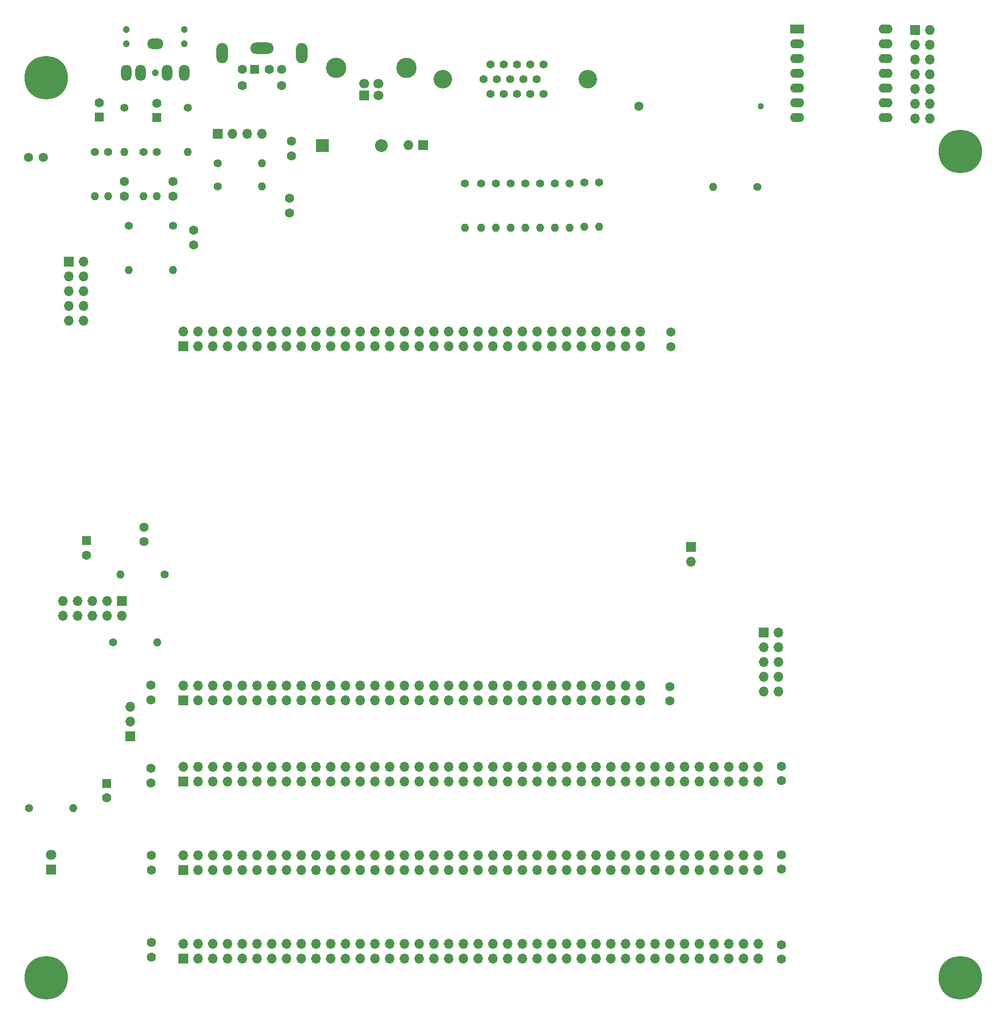
<source format=gbs>
G04 #@! TF.GenerationSoftware,KiCad,Pcbnew,(6.0.1)*
G04 #@! TF.CreationDate,2022-08-30T12:56:36-04:00*
G04 #@! TF.ProjectId,FPGA-ITX-01,46504741-2d49-4545-982d-30312e6b6963,1*
G04 #@! TF.SameCoordinates,Original*
G04 #@! TF.FileFunction,Soldermask,Bot*
G04 #@! TF.FilePolarity,Negative*
%FSLAX46Y46*%
G04 Gerber Fmt 4.6, Leading zero omitted, Abs format (unit mm)*
G04 Created by KiCad (PCBNEW (6.0.1)) date 2022-08-30 12:56:36*
%MOMM*%
%LPD*%
G01*
G04 APERTURE LIST*
%ADD10R,1.700000X1.700000*%
%ADD11O,1.700000X1.700000*%
%ADD12C,7.500000*%
%ADD13C,1.400000*%
%ADD14O,1.400000X1.400000*%
%ADD15R,1.600000X1.600000*%
%ADD16C,1.600000*%
%ADD17O,4.000000X2.000000*%
%ADD18O,2.000000X3.500000*%
%ADD19R,2.400000X1.600000*%
%ADD20O,2.400000X1.600000*%
%ADD21C,1.100000*%
%ADD22C,3.200000*%
%ADD23C,1.397000*%
%ADD24C,1.700000*%
%ADD25C,3.500000*%
%ADD26R,1.800000X1.800000*%
%ADD27C,1.800000*%
%ADD28C,1.200000*%
%ADD29O,1.800000X2.800000*%
%ADD30O,2.800000X1.800000*%
%ADD31R,2.200000X2.200000*%
%ADD32O,2.200000X2.200000*%
G04 APERTURE END LIST*
D10*
X264998200Y-145694400D03*
D11*
X267538200Y-145694400D03*
X264998200Y-148234400D03*
X267538200Y-148234400D03*
X264998200Y-150774400D03*
X267538200Y-150774400D03*
X264998200Y-153314400D03*
X267538200Y-153314400D03*
X264998200Y-155854400D03*
X267538200Y-155854400D03*
D12*
X141350000Y-50160000D03*
X298830000Y-62860000D03*
X141350000Y-205100000D03*
X298830000Y-205100000D03*
D13*
X218809845Y-68325745D03*
D14*
X218809845Y-75945745D03*
D13*
X216269845Y-68325745D03*
D14*
X216269845Y-75945745D03*
D13*
X226429845Y-68325745D03*
D14*
X226429845Y-75945745D03*
D13*
X223889845Y-68325745D03*
D14*
X223889845Y-75945745D03*
D13*
X231509845Y-68325745D03*
D14*
X231509845Y-75945745D03*
D13*
X228969845Y-68325745D03*
D14*
X228969845Y-75945745D03*
D13*
X170924500Y-68852500D03*
D14*
X178544500Y-68852500D03*
D13*
X170924500Y-64920500D03*
D14*
X178544500Y-64920500D03*
D10*
X170934500Y-59840500D03*
D11*
X173474500Y-59840500D03*
X176014500Y-59840500D03*
X178554500Y-59840500D03*
D15*
X177234500Y-48729500D03*
D16*
X179834500Y-48729500D03*
X175134500Y-48729500D03*
X181934500Y-48729500D03*
X175134500Y-51529500D03*
X181934500Y-51529500D03*
D17*
X178534500Y-45079500D03*
D18*
X171684500Y-45879500D03*
X185384500Y-45879500D03*
D10*
X164973000Y-96393000D03*
D11*
X164973000Y-93853000D03*
X167513000Y-96393000D03*
X167513000Y-93853000D03*
X170053000Y-96393000D03*
X170053000Y-93853000D03*
X172593000Y-96393000D03*
X172593000Y-93853000D03*
X175133000Y-96393000D03*
X175133000Y-93853000D03*
X177673000Y-96393000D03*
X177673000Y-93853000D03*
X180213000Y-96393000D03*
X180213000Y-93853000D03*
X182753000Y-96393000D03*
X182753000Y-93853000D03*
X185293000Y-96393000D03*
X185293000Y-93853000D03*
X187833000Y-96393000D03*
X187833000Y-93853000D03*
X190373000Y-96393000D03*
X190373000Y-93853000D03*
X192913000Y-96393000D03*
X192913000Y-93853000D03*
X195453000Y-96393000D03*
X195453000Y-93853000D03*
X197993000Y-96393000D03*
X197993000Y-93853000D03*
X200533000Y-96393000D03*
X200533000Y-93853000D03*
X203073000Y-96393000D03*
X203073000Y-93853000D03*
X205613000Y-96393000D03*
X205613000Y-93853000D03*
X208153000Y-96393000D03*
X208153000Y-93853000D03*
X210693000Y-96393000D03*
X210693000Y-93853000D03*
X213233000Y-96393000D03*
X213233000Y-93853000D03*
X215773000Y-96393000D03*
X215773000Y-93853000D03*
X218313000Y-96393000D03*
X218313000Y-93853000D03*
X220853000Y-96393000D03*
X220853000Y-93853000D03*
X223393000Y-96393000D03*
X223393000Y-93853000D03*
X225933000Y-96393000D03*
X225933000Y-93853000D03*
X228473000Y-96393000D03*
X228473000Y-93853000D03*
X231013000Y-96393000D03*
X231013000Y-93853000D03*
X233553000Y-96393000D03*
X233553000Y-93853000D03*
X236093000Y-96393000D03*
X236093000Y-93853000D03*
X238633000Y-96393000D03*
X238633000Y-93853000D03*
X241173000Y-96393000D03*
X241173000Y-93853000D03*
X243713000Y-96393000D03*
X243713000Y-93853000D03*
D10*
X164973000Y-157333000D03*
D11*
X164973000Y-154793000D03*
X167513000Y-157333000D03*
X167513000Y-154793000D03*
X170053000Y-157333000D03*
X170053000Y-154793000D03*
X172593000Y-157333000D03*
X172593000Y-154793000D03*
X175133000Y-157333000D03*
X175133000Y-154793000D03*
X177673000Y-157333000D03*
X177673000Y-154793000D03*
X180213000Y-157333000D03*
X180213000Y-154793000D03*
X182753000Y-157333000D03*
X182753000Y-154793000D03*
X185293000Y-157333000D03*
X185293000Y-154793000D03*
X187833000Y-157333000D03*
X187833000Y-154793000D03*
X190373000Y-157333000D03*
X190373000Y-154793000D03*
X192913000Y-157333000D03*
X192913000Y-154793000D03*
X195453000Y-157333000D03*
X195453000Y-154793000D03*
X197993000Y-157333000D03*
X197993000Y-154793000D03*
X200533000Y-157333000D03*
X200533000Y-154793000D03*
X203073000Y-157333000D03*
X203073000Y-154793000D03*
X205613000Y-157333000D03*
X205613000Y-154793000D03*
X208153000Y-157333000D03*
X208153000Y-154793000D03*
X210693000Y-157333000D03*
X210693000Y-154793000D03*
X213233000Y-157333000D03*
X213233000Y-154793000D03*
X215773000Y-157333000D03*
X215773000Y-154793000D03*
X218313000Y-157333000D03*
X218313000Y-154793000D03*
X220853000Y-157333000D03*
X220853000Y-154793000D03*
X223393000Y-157333000D03*
X223393000Y-154793000D03*
X225933000Y-157333000D03*
X225933000Y-154793000D03*
X228473000Y-157333000D03*
X228473000Y-154793000D03*
X231013000Y-157333000D03*
X231013000Y-154793000D03*
X233553000Y-157333000D03*
X233553000Y-154793000D03*
X236093000Y-157333000D03*
X236093000Y-154793000D03*
X238633000Y-157333000D03*
X238633000Y-154793000D03*
X241173000Y-157333000D03*
X241173000Y-154793000D03*
X243713000Y-157333000D03*
X243713000Y-154793000D03*
D19*
X270764000Y-41783000D03*
D20*
X270764000Y-44323000D03*
X270764000Y-46863000D03*
X270764000Y-49403000D03*
X270764000Y-51943000D03*
X270764000Y-54483000D03*
X270764000Y-57023000D03*
X286004000Y-57023000D03*
X286004000Y-54483000D03*
X286004000Y-51943000D03*
X286004000Y-49403000D03*
X286004000Y-46863000D03*
X286004000Y-44323000D03*
X286004000Y-41783000D03*
D21*
X264433200Y-55082300D03*
D16*
X243433200Y-55082300D03*
D10*
X164973000Y-171303000D03*
D11*
X164973000Y-168763000D03*
X167513000Y-171303000D03*
X167513000Y-168763000D03*
X170053000Y-171303000D03*
X170053000Y-168763000D03*
X172593000Y-171303000D03*
X172593000Y-168763000D03*
X175133000Y-171303000D03*
X175133000Y-168763000D03*
X177673000Y-171303000D03*
X177673000Y-168763000D03*
X180213000Y-171303000D03*
X180213000Y-168763000D03*
X182753000Y-171303000D03*
X182753000Y-168763000D03*
X185293000Y-171303000D03*
X185293000Y-168763000D03*
X187833000Y-171303000D03*
X187833000Y-168763000D03*
X190373000Y-171303000D03*
X190373000Y-168763000D03*
X192913000Y-171303000D03*
X192913000Y-168763000D03*
X195453000Y-171303000D03*
X195453000Y-168763000D03*
X197993000Y-171303000D03*
X197993000Y-168763000D03*
X200533000Y-171303000D03*
X200533000Y-168763000D03*
X203073000Y-171303000D03*
X203073000Y-168763000D03*
X205613000Y-171303000D03*
X205613000Y-168763000D03*
X208153000Y-171303000D03*
X208153000Y-168763000D03*
X210693000Y-171303000D03*
X210693000Y-168763000D03*
X213233000Y-171303000D03*
X213233000Y-168763000D03*
X215773000Y-171303000D03*
X215773000Y-168763000D03*
X218313000Y-171303000D03*
X218313000Y-168763000D03*
X220853000Y-171303000D03*
X220853000Y-168763000D03*
X223393000Y-171303000D03*
X223393000Y-168763000D03*
X225933000Y-171303000D03*
X225933000Y-168763000D03*
X228473000Y-171303000D03*
X228473000Y-168763000D03*
X231013000Y-171303000D03*
X231013000Y-168763000D03*
X233553000Y-171303000D03*
X233553000Y-168763000D03*
X236093000Y-171303000D03*
X236093000Y-168763000D03*
X238633000Y-171303000D03*
X238633000Y-168763000D03*
X241173000Y-171303000D03*
X241173000Y-168763000D03*
X243713000Y-171303000D03*
X243713000Y-168763000D03*
X246253000Y-171303000D03*
X246253000Y-168763000D03*
X248793000Y-171303000D03*
X248793000Y-168763000D03*
X251333000Y-171303000D03*
X251333000Y-168763000D03*
X253873000Y-171303000D03*
X253873000Y-168763000D03*
X256413000Y-171303000D03*
X256413000Y-168763000D03*
X258953000Y-171303000D03*
X258953000Y-168763000D03*
X261493000Y-171303000D03*
X261493000Y-168763000D03*
X264033000Y-171303000D03*
X264033000Y-168763000D03*
D16*
X248798000Y-154930000D03*
X248798000Y-157430000D03*
X267974000Y-168646000D03*
X267974000Y-171146000D03*
X159385000Y-169057000D03*
X159385000Y-171557000D03*
X183242500Y-70904500D03*
X183242500Y-73404500D03*
X166751000Y-76405000D03*
X166751000Y-78905000D03*
D10*
X155829000Y-163499800D03*
D11*
X155829000Y-160959800D03*
X155829000Y-158419800D03*
D13*
X263880600Y-68935600D03*
D14*
X256260600Y-68935600D03*
D16*
X138322000Y-63876000D03*
X140822000Y-63876000D03*
X158242000Y-127528000D03*
X158242000Y-130028000D03*
D15*
X148336000Y-129858888D03*
D16*
X148336000Y-132358888D03*
D22*
X209678335Y-50430155D03*
X234666855Y-50430155D03*
D23*
X217862215Y-52970155D03*
X220153295Y-52970155D03*
X222439295Y-52970155D03*
X224732915Y-52970155D03*
X227021455Y-52970155D03*
X216716675Y-50430155D03*
X219007755Y-50430155D03*
X221298835Y-50430155D03*
X223587375Y-50430155D03*
X225878455Y-50430155D03*
X217862215Y-47890155D03*
X220153295Y-47890155D03*
X222441835Y-47892695D03*
X224732915Y-47890155D03*
X227021455Y-47890155D03*
D10*
X196108000Y-53186500D03*
D24*
X198608000Y-53186500D03*
X198608000Y-51186500D03*
X196108000Y-51186500D03*
D25*
X203378000Y-48476500D03*
X191338000Y-48476500D03*
D13*
X158115000Y-62923000D03*
D14*
X158115000Y-70543000D03*
D15*
X151765000Y-171641888D03*
D16*
X151765000Y-174141888D03*
D15*
X160401000Y-57016113D03*
D16*
X160401000Y-54516113D03*
D13*
X155575000Y-75623000D03*
D14*
X155575000Y-83243000D03*
D10*
X164978000Y-201783000D03*
D11*
X164978000Y-199243000D03*
X167518000Y-201783000D03*
X167518000Y-199243000D03*
X170058000Y-201783000D03*
X170058000Y-199243000D03*
X172598000Y-201783000D03*
X172598000Y-199243000D03*
X175138000Y-201783000D03*
X175138000Y-199243000D03*
X177678000Y-201783000D03*
X177678000Y-199243000D03*
X180218000Y-201783000D03*
X180218000Y-199243000D03*
X182758000Y-201783000D03*
X182758000Y-199243000D03*
X185298000Y-201783000D03*
X185298000Y-199243000D03*
X187838000Y-201783000D03*
X187838000Y-199243000D03*
X190378000Y-201783000D03*
X190378000Y-199243000D03*
X192918000Y-201783000D03*
X192918000Y-199243000D03*
X195458000Y-201783000D03*
X195458000Y-199243000D03*
X197998000Y-201783000D03*
X197998000Y-199243000D03*
X200538000Y-201783000D03*
X200538000Y-199243000D03*
X203078000Y-201783000D03*
X203078000Y-199243000D03*
X205618000Y-201783000D03*
X205618000Y-199243000D03*
X208158000Y-201783000D03*
X208158000Y-199243000D03*
X210698000Y-201783000D03*
X210698000Y-199243000D03*
X213238000Y-201783000D03*
X213238000Y-199243000D03*
X215778000Y-201783000D03*
X215778000Y-199243000D03*
X218318000Y-201783000D03*
X218318000Y-199243000D03*
X220858000Y-201783000D03*
X220858000Y-199243000D03*
X223398000Y-201783000D03*
X223398000Y-199243000D03*
X225938000Y-201783000D03*
X225938000Y-199243000D03*
X228478000Y-201783000D03*
X228478000Y-199243000D03*
X231018000Y-201783000D03*
X231018000Y-199243000D03*
X233558000Y-201783000D03*
X233558000Y-199243000D03*
X236098000Y-201783000D03*
X236098000Y-199243000D03*
X238638000Y-201783000D03*
X238638000Y-199243000D03*
X241178000Y-201783000D03*
X241178000Y-199243000D03*
X243718000Y-201783000D03*
X243718000Y-199243000D03*
X246258000Y-201783000D03*
X246258000Y-199243000D03*
X248798000Y-201783000D03*
X248798000Y-199243000D03*
X251338000Y-201783000D03*
X251338000Y-199243000D03*
X253878000Y-201783000D03*
X253878000Y-199243000D03*
X256418000Y-201783000D03*
X256418000Y-199243000D03*
X258958000Y-201783000D03*
X258958000Y-199243000D03*
X261498000Y-201783000D03*
X261498000Y-199243000D03*
X264038000Y-201783000D03*
X264038000Y-199243000D03*
D10*
X145283000Y-81793000D03*
D11*
X147823000Y-81793000D03*
X145283000Y-84333000D03*
X147823000Y-84333000D03*
X145283000Y-86873000D03*
X147823000Y-86873000D03*
X145283000Y-89413000D03*
X147823000Y-89413000D03*
X145283000Y-91953000D03*
X147823000Y-91953000D03*
D13*
X152019000Y-62923000D03*
D14*
X152019000Y-70543000D03*
D13*
X236589845Y-68203745D03*
D14*
X236589845Y-75823745D03*
D13*
X160401000Y-62923000D03*
D14*
X160401000Y-70543000D03*
D13*
X213475845Y-68325745D03*
D14*
X213475845Y-75945745D03*
D10*
X252444400Y-130932000D03*
D11*
X252444400Y-133472000D03*
D13*
X152908000Y-147320000D03*
D14*
X160528000Y-147320000D03*
D13*
X161798000Y-135636000D03*
D14*
X154178000Y-135636000D03*
D16*
X159385000Y-154731400D03*
X159385000Y-157231400D03*
D13*
X163195000Y-75623000D03*
D14*
X163195000Y-83243000D03*
D10*
X164973000Y-186543000D03*
D11*
X164973000Y-184003000D03*
X167513000Y-186543000D03*
X167513000Y-184003000D03*
X170053000Y-186543000D03*
X170053000Y-184003000D03*
X172593000Y-186543000D03*
X172593000Y-184003000D03*
X175133000Y-186543000D03*
X175133000Y-184003000D03*
X177673000Y-186543000D03*
X177673000Y-184003000D03*
X180213000Y-186543000D03*
X180213000Y-184003000D03*
X182753000Y-186543000D03*
X182753000Y-184003000D03*
X185293000Y-186543000D03*
X185293000Y-184003000D03*
X187833000Y-186543000D03*
X187833000Y-184003000D03*
X190373000Y-186543000D03*
X190373000Y-184003000D03*
X192913000Y-186543000D03*
X192913000Y-184003000D03*
X195453000Y-186543000D03*
X195453000Y-184003000D03*
X197993000Y-186543000D03*
X197993000Y-184003000D03*
X200533000Y-186543000D03*
X200533000Y-184003000D03*
X203073000Y-186543000D03*
X203073000Y-184003000D03*
X205613000Y-186543000D03*
X205613000Y-184003000D03*
X208153000Y-186543000D03*
X208153000Y-184003000D03*
X210693000Y-186543000D03*
X210693000Y-184003000D03*
X213233000Y-186543000D03*
X213233000Y-184003000D03*
X215773000Y-186543000D03*
X215773000Y-184003000D03*
X218313000Y-186543000D03*
X218313000Y-184003000D03*
X220853000Y-186543000D03*
X220853000Y-184003000D03*
X223393000Y-186543000D03*
X223393000Y-184003000D03*
X225933000Y-186543000D03*
X225933000Y-184003000D03*
X228473000Y-186543000D03*
X228473000Y-184003000D03*
X231013000Y-186543000D03*
X231013000Y-184003000D03*
X233553000Y-186543000D03*
X233553000Y-184003000D03*
X236093000Y-186543000D03*
X236093000Y-184003000D03*
X238633000Y-186543000D03*
X238633000Y-184003000D03*
X241173000Y-186543000D03*
X241173000Y-184003000D03*
X243713000Y-186543000D03*
X243713000Y-184003000D03*
X246253000Y-186543000D03*
X246253000Y-184003000D03*
X248793000Y-186543000D03*
X248793000Y-184003000D03*
X251333000Y-186543000D03*
X251333000Y-184003000D03*
X253873000Y-186543000D03*
X253873000Y-184003000D03*
X256413000Y-186543000D03*
X256413000Y-184003000D03*
X258953000Y-186543000D03*
X258953000Y-184003000D03*
X261493000Y-186543000D03*
X261493000Y-184003000D03*
X264033000Y-186543000D03*
X264033000Y-184003000D03*
D16*
X267974000Y-183886000D03*
X267974000Y-186386000D03*
D10*
X154427000Y-140203000D03*
D11*
X154427000Y-142743000D03*
X151887000Y-140203000D03*
X151887000Y-142743000D03*
X149347000Y-140203000D03*
X149347000Y-142743000D03*
X146807000Y-140203000D03*
X146807000Y-142743000D03*
X144267000Y-140203000D03*
X144267000Y-142743000D03*
D15*
X150495000Y-56959000D03*
D16*
X150495000Y-54459000D03*
D13*
X149733000Y-62923000D03*
D14*
X149733000Y-70543000D03*
D10*
X291079000Y-41905000D03*
D11*
X293619000Y-41905000D03*
X291079000Y-44445000D03*
X293619000Y-44445000D03*
X291079000Y-46985000D03*
X293619000Y-46985000D03*
X291079000Y-49525000D03*
X293619000Y-49525000D03*
X291079000Y-52065000D03*
X293619000Y-52065000D03*
X291079000Y-54605000D03*
X293619000Y-54605000D03*
X291079000Y-57145000D03*
X293619000Y-57145000D03*
D13*
X138430000Y-175895000D03*
D14*
X146050000Y-175895000D03*
D13*
X165735000Y-55303000D03*
D14*
X165735000Y-62923000D03*
D16*
X163195000Y-70523000D03*
X163195000Y-68023000D03*
D13*
X234049845Y-68203745D03*
D14*
X234049845Y-75823745D03*
D13*
X221349845Y-68325745D03*
D14*
X221349845Y-75945745D03*
D16*
X248924000Y-93950000D03*
X248924000Y-96450000D03*
D26*
X142240000Y-186441000D03*
D27*
X142240000Y-183901000D03*
D16*
X154813000Y-70523000D03*
X154813000Y-68023000D03*
X159512000Y-199029000D03*
X159512000Y-201529000D03*
D28*
X165147000Y-44339000D03*
X160147000Y-49339000D03*
X155147000Y-44339000D03*
X155147000Y-41839000D03*
X165147000Y-41839000D03*
D29*
X165147000Y-49339000D03*
X162147000Y-49339000D03*
D30*
X160147000Y-44339000D03*
D29*
X155147000Y-49339000D03*
X157647000Y-49339000D03*
D10*
X206253000Y-61722000D03*
D11*
X203713000Y-61722000D03*
D16*
X159512000Y-184043000D03*
X159512000Y-186543000D03*
X183624500Y-61110500D03*
X183624500Y-63610500D03*
D31*
X188976000Y-61849000D03*
D32*
X199136000Y-61849000D03*
D16*
X267974000Y-199380000D03*
X267974000Y-201880000D03*
D13*
X154813000Y-55303000D03*
D14*
X154813000Y-62923000D03*
M02*

</source>
